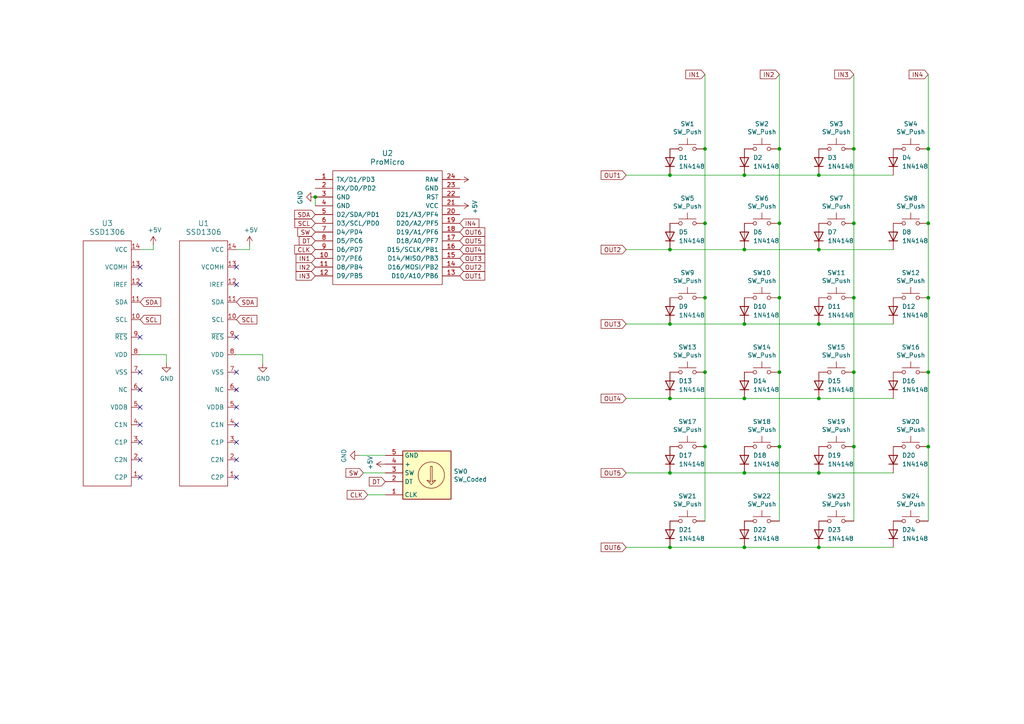
<source format=kicad_sch>
(kicad_sch (version 20231120) (generator "eeschema") (generator_version "8.0")
  (paper "A4")
  (lib_symbols
    (symbol "ArduinoProMicro:ProMicro" (pin_names (offset 1.016))
      (property "Reference" "U" (at 0 24.13 0))
      (property "Value" "ProMicro" (at 0 -13.97 0))
      (symbol "ProMicro_0_1"
        (rectangle (start -16.51 21.59) (end 15.24 -11.43))
      )
      (symbol "ProMicro_1_1"
        (pin bidirectional line (at -21.59 19.05 0) (length 5.08) (name "TX/D1/PD3") (number "1"))
        (pin bidirectional line (at -21.59 -3.81 0) (length 5.08) (name "D7/PE6") (number "10"))
        (pin bidirectional line (at -21.59 -6.35 0) (length 5.08) (name "D8/PB4") (number "11"))
        (pin bidirectional line (at -21.59 -8.89 0) (length 5.08) (name "D9/PB5") (number "12"))
        (pin bidirectional line (at 20.32 -8.89 180) (length 5.08) (name "D10/A10/PB6") (number "13"))
        (pin bidirectional line (at 20.32 -6.35 180) (length 5.08) (name "D16/MOSI/PB2") (number "14"))
        (pin bidirectional line (at 20.32 -3.81 180) (length 5.08) (name "D14/MISO/PB3") (number "15"))
        (pin bidirectional line (at 20.32 -1.27 180) (length 5.08) (name "D15/SCLK/PB1") (number "16"))
        (pin bidirectional line (at 20.32 1.27 180) (length 5.08) (name "D18/A0/PF7") (number "17"))
        (pin bidirectional line (at 20.32 3.81 180) (length 5.08) (name "D19/A1/PF6") (number "18"))
        (pin bidirectional line (at 20.32 6.35 180) (length 5.08) (name "D20/A2/PF5") (number "19"))
        (pin bidirectional line (at -21.59 16.51 0) (length 5.08) (name "RX/D0/PD2") (number "2"))
        (pin bidirectional line (at 20.32 8.89 180) (length 5.08) (name "D21/A3/PF4") (number "20"))
        (pin power_in line (at 20.32 11.43 180) (length 5.08) (name "VCC") (number "21"))
        (pin input line (at 20.32 13.97 180) (length 5.08) (name "RST") (number "22"))
        (pin power_in line (at 20.32 16.51 180) (length 5.08) (name "GND") (number "23"))
        (pin power_out line (at 20.32 19.05 180) (length 5.08) (name "RAW") (number "24"))
        (pin power_in line (at -21.59 13.97 0) (length 5.08) (name "GND") (number "3"))
        (pin power_in line (at -21.59 11.43 0) (length 5.08) (name "GND") (number "4"))
        (pin bidirectional line (at -21.59 8.89 0) (length 5.08) (name "D2/SDA/PD1") (number "5"))
        (pin bidirectional line (at -21.59 6.35 0) (length 5.08) (name "D3/SCL/PD0") (number "6"))
        (pin bidirectional line (at -21.59 3.81 0) (length 5.08) (name "D4/PD4") (number "7"))
        (pin bidirectional line (at -21.59 1.27 0) (length 5.08) (name "D5/PC6") (number "8"))
        (pin bidirectional line (at -21.59 -1.27 0) (length 5.08) (name "D6/PD7") (number "9"))
      )
    )
    (symbol "Diode:1N4148" (pin_numbers hide) (pin_names hide)
      (property "Reference" "D" (at 0 2.54 0))
      (property "Value" "1N4148" (at 0 -2.54 0))
      (symbol "1N4148_0_1"
        (polyline (pts (xy -1.27 1.27) (xy -1.27 -1.27)) (stroke (width 0.254)))
        (polyline (pts (xy 1.27 0) (xy -1.27 0)))
        (polyline (pts (xy 1.27 1.27) (xy 1.27 -1.27) (xy -1.27 0) (xy 1.27 1.27)) (stroke (width 0.254)))
      )
      (symbol "1N4148_1_1"
        (pin passive line (at -3.81 0 0) (length 2.54) (name "K") (number "1"))
        (pin passive line (at 3.81 0 180) (length 2.54) (name "A") (number "2"))
      )
    )
    (symbol "GND_1" (power) (pin_names (offset 0))
      (property "Value" "GND" (at 0 -3.81 0))
      (symbol "GND_1_0_1"
        (polyline (pts (xy 0 0) (xy 0 -1.27) (xy 1.27 -1.27) (xy 0 -2.54) (xy -1.27 -1.27) (xy 0 -1.27)))
      )
      (symbol "GND_1_1_1"
        (pin power_in line (at 0 0 270) (length 0) hide (name "GND") (number "1"))
      )
    )
    (symbol "MacroPad-rescue:+5V-power" (power) (pin_names (offset 0))
      (property "Value" "power_+5V" (at 0 3.556 0))
      (symbol "+5V-power_0_1"
        (polyline (pts (xy -0.762 1.27) (xy 0 2.54)))
        (polyline (pts (xy 0 0) (xy 0 2.54)))
        (polyline (pts (xy 0 2.54) (xy 0.762 1.27)))
      )
      (symbol "+5V-power_1_1"
        (pin power_in line (at 0 0 90) (length 0) hide (name "+5V") (number "1"))
      )
    )
    (symbol "MacroPad-rescue:GND-power" (power) (pin_names (offset 0))
      (property "Value" "power_GND" (at 0 -3.81 0))
      (symbol "GND-power_0_1"
        (polyline (pts (xy 0 0) (xy 0 -1.27) (xy 1.27 -1.27) (xy 0 -2.54) (xy -1.27 -1.27) (xy 0 -1.27)))
      )
      (symbol "GND-power_1_1"
        (pin power_in line (at 0 0 270) (length 0) hide (name "GND") (number "1"))
      )
    )
    (symbol "MacroPad-rescue:SW_Coded-Switch"
      (property "Reference" "SW2" (at -7.112 -0.4318 0))
      (property "Value" "SW_Coded" (at -7.112 1.8796 0))
      (symbol "SW_Coded-Switch_0_1"
        (rectangle (start -6.35 7.62) (end 7.62 -6.35) (stroke (width 0.254)) (fill (type background)))
        (circle (center -0.635 0.635) (radius 3.81))
        (polyline (pts (xy -0.889 -1.905) (xy -0.889 2.667) (xy -1.397 2.159) (xy -1.905 2.159) (xy -0.635 3.429) (xy 0.635 2.159) (xy 0.127 2.159) (xy -0.381 2.667) (xy -0.381 -1.905) (xy -0.889 -1.905) (xy -0.889 -1.905)))
      )
      (symbol "SW_Coded-Switch_1_1"
        (pin passive line (at 12.7 6.35 180) (length 5.08) (name "CLK") (number "1"))
        (pin passive line (at 12.7 2.54 180) (length 5.08) (name "DT") (number "2"))
        (pin passive line (at 12.7 0 180) (length 5.08) (name "SW") (number "3"))
        (pin passive line (at 12.7 -2.54 180) (length 5.08) (name "+") (number "4"))
        (pin passive line (at 12.7 -5.08 180) (length 5.08) (name "GND") (number "5"))
      )
    )
    (symbol "SSD1306:SSD1306" (pin_names (offset 1.016))
      (property "Reference" "U" (at 34.29 15.24 0))
      (property "Value" "SSD1306" (at -34.29 15.24 0))
      (symbol "SSD1306_0_1"
        (rectangle (start -35.56 16.51) (end 35.56 2.54))
      )
      (symbol "SSD1306_1_1"
        (pin input line (at -33.02 0 90) (length 2.54) (name "C2P") (number "1"))
        (pin input line (at 12.7 0 90) (length 2.54) (name "SCL") (number "10"))
        (pin input line (at 17.78 0 90) (length 2.54) (name "SDA") (number "11"))
        (pin input line (at 22.86 0 90) (length 2.54) (name "IREF") (number "12"))
        (pin input line (at 27.94 0 90) (length 2.54) (name "VCOMH") (number "13"))
        (pin input line (at 33.02 0 90) (length 2.54) (name "VCC") (number "14"))
        (pin input line (at -27.94 0 90) (length 2.54) (name "C2N") (number "2"))
        (pin input line (at -22.86 0 90) (length 2.54) (name "C1P") (number "3"))
        (pin input line (at -17.78 0 90) (length 2.54) (name "C1N") (number "4"))
        (pin input line (at -12.7 0 90) (length 2.54) (name "VDDB") (number "5"))
        (pin no_connect line (at -7.62 0 90) (length 2.54) (name "NC") (number "6"))
        (pin output line (at -2.54 0 90) (length 2.54) (name "VSS") (number "7"))
        (pin input line (at 2.54 0 90) (length 2.54) (name "VDD") (number "8"))
        (pin input line (at 7.62 0 90) (length 2.54) (name "~{RES}") (number "9"))
      )
    )
    (symbol "Switch:SW_Push" (pin_numbers hide) (pin_names (offset 1.016) hide)
      (property "Reference" "SW" (at 1.27 2.54 0))
      (property "Value" "SW_Push" (at 0 -1.524 0))
      (symbol "SW_Push_0_1"
        (circle (center -2.032 0) (radius 0.508))
        (polyline (pts (xy 0 1.27) (xy 0 3.048)))
        (polyline (pts (xy 2.54 1.27) (xy -2.54 1.27)))
        (circle (center 2.032 0) (radius 0.508))
        (pin passive line (at -5.08 0 0) (length 2.54) (name "1") (number "1"))
        (pin passive line (at 5.08 0 180) (length 2.54) (name "2") (number "2"))
      )
    )
    (symbol "power:GND" (power) (pin_names (offset 0))
      (property "Value" "GND" (at 0 -3.81 0))
      (symbol "GND_0_1"
        (polyline (pts (xy 0 0) (xy 0 -1.27) (xy 1.27 -1.27) (xy 0 -2.54) (xy -1.27 -1.27) (xy 0 -1.27)))
      )
      (symbol "GND_1_1"
        (pin power_in line (at 0 0 270) (length 0) hide (name "GND") (number "1"))
      )
    )
  )
  (junction (at 237.49 115.57))
  (junction (at 226.06 129.54))
  (junction (at 204.47 64.77))
  (junction (at 204.47 129.54))
  (junction (at 215.9 72.39))
  (junction (at 247.65 129.54))
  (junction (at 215.9 137.16))
  (junction (at 226.06 64.77))
  (junction (at 204.47 43.18))
  (junction (at 247.65 43.18))
  (junction (at 194.31 93.98))
  (junction (at 237.49 93.98))
  (junction (at 237.49 158.75))
  (junction (at 215.9 93.98))
  (junction (at 226.06 86.36))
  (junction (at 194.31 72.39))
  (junction (at 226.06 43.18))
  (junction (at 91.44 57.15))
  (junction (at 269.24 86.36))
  (junction (at 194.31 115.57))
  (junction (at 226.06 107.95))
  (junction (at 247.65 64.77))
  (junction (at 269.24 129.54))
  (junction (at 269.24 43.18))
  (junction (at 194.31 158.75))
  (junction (at 215.9 50.8))
  (junction (at 204.47 107.95))
  (junction (at 247.65 107.95))
  (junction (at 237.49 137.16))
  (junction (at 204.47 86.36))
  (junction (at 215.9 115.57))
  (junction (at 269.24 107.95))
  (junction (at 237.49 72.39))
  (junction (at 269.24 64.77))
  (junction (at 194.31 50.8))
  (junction (at 215.9 158.75))
  (junction (at 194.31 137.16))
  (junction (at 247.65 86.36))
  (junction (at 237.49 50.8))
  (no_connect (at 40.64 123.19))
  (no_connect (at 40.64 138.43))
  (no_connect (at 68.58 107.95))
  (no_connect (at 68.58 138.43))
  (no_connect (at 68.58 133.35))
  (no_connect (at 68.58 128.27))
  (no_connect (at 68.58 77.47))
  (no_connect (at 40.64 77.47))
  (no_connect (at 40.64 113.03))
  (no_connect (at 40.64 128.27))
  (no_connect (at 68.58 97.79))
  (no_connect (at 40.64 82.55))
  (no_connect (at 68.58 118.11))
  (no_connect (at 68.58 82.55))
  (no_connect (at 68.58 113.03))
  (no_connect (at 40.64 133.35))
  (no_connect (at 40.64 97.79))
  (no_connect (at 40.64 118.11))
  (no_connect (at 68.58 123.19))
  (no_connect (at 40.64 107.95))
  (wire (pts (xy 181.61 115.57) (xy 194.31 115.57)))
  (wire (pts (xy 181.61 137.16) (xy 194.31 137.16)))
  (wire (pts (xy 44.45 72.39) (xy 40.64 72.39)))
  (wire (pts (xy 181.61 50.8) (xy 194.31 50.8)))
  (wire (pts (xy 204.47 129.54) (xy 204.47 151.13)))
  (wire (pts (xy 226.06 43.18) (xy 226.06 64.77)))
  (wire (pts (xy 237.49 137.16) (xy 259.08 137.16)))
  (wire (pts (xy 194.31 137.16) (xy 215.9 137.16)))
  (wire (pts (xy 72.39 71.12) (xy 72.39 72.39)))
  (wire (pts (xy 269.24 21.59) (xy 269.24 43.18)))
  (wire (pts (xy 204.47 107.95) (xy 204.47 129.54)))
  (wire (pts (xy 91.44 57.15) (xy 91.44 59.69)))
  (wire (pts (xy 215.9 72.39) (xy 237.49 72.39)))
  (wire (pts (xy 247.65 107.95) (xy 247.65 129.54)))
  (wire (pts (xy 247.65 86.36) (xy 247.65 107.95)))
  (wire (pts (xy 181.61 158.75) (xy 194.31 158.75)))
  (wire (pts (xy 226.06 86.36) (xy 226.06 107.95)))
  (wire (pts (xy 237.49 72.39) (xy 259.08 72.39)))
  (wire (pts (xy 44.45 71.12) (xy 44.45 72.39)))
  (wire (pts (xy 215.9 137.16) (xy 237.49 137.16)))
  (wire (pts (xy 181.61 72.39) (xy 194.31 72.39)))
  (wire (pts (xy 215.9 50.8) (xy 237.49 50.8)))
  (wire (pts (xy 204.47 64.77) (xy 204.47 86.36)))
  (wire (pts (xy 226.06 107.95) (xy 226.06 129.54)))
  (wire (pts (xy 269.24 64.77) (xy 269.24 86.36)))
  (wire (pts (xy 247.65 129.54) (xy 247.65 151.13)))
  (wire (pts (xy 48.26 102.87) (xy 40.64 102.87)))
  (wire (pts (xy 194.31 115.57) (xy 215.9 115.57)))
  (wire (pts (xy 204.47 43.18) (xy 204.47 64.77)))
  (wire (pts (xy 72.39 72.39) (xy 68.58 72.39)))
  (wire (pts (xy 247.65 21.59) (xy 247.65 43.18)))
  (wire (pts (xy 226.06 64.77) (xy 226.06 86.36)))
  (wire (pts (xy 204.47 21.59) (xy 204.47 43.18)))
  (wire (pts (xy 48.26 105.41) (xy 48.26 102.87)))
  (wire (pts (xy 269.24 43.18) (xy 269.24 64.77)))
  (wire (pts (xy 104.14 132.08) (xy 111.76 132.08)))
  (wire (pts (xy 237.49 50.8) (xy 259.08 50.8)))
  (wire (pts (xy 194.31 50.8) (xy 215.9 50.8)))
  (wire (pts (xy 247.65 64.77) (xy 247.65 86.36)))
  (wire (pts (xy 215.9 93.98) (xy 237.49 93.98)))
  (wire (pts (xy 237.49 93.98) (xy 259.08 93.98)))
  (wire (pts (xy 194.31 93.98) (xy 215.9 93.98)))
  (wire (pts (xy 226.06 129.54) (xy 226.06 151.13)))
  (wire (pts (xy 269.24 86.36) (xy 269.24 107.95)))
  (wire (pts (xy 237.49 115.57) (xy 259.08 115.57)))
  (wire (pts (xy 76.2 105.41) (xy 76.2 102.87)))
  (wire (pts (xy 194.31 158.75) (xy 215.9 158.75)))
  (wire (pts (xy 269.24 129.54) (xy 269.24 151.13)))
  (wire (pts (xy 76.2 102.87) (xy 68.58 102.87)))
  (wire (pts (xy 106.68 143.51) (xy 111.76 143.51)))
  (wire (pts (xy 226.06 21.59) (xy 226.06 43.18)))
  (wire (pts (xy 204.47 86.36) (xy 204.47 107.95)))
  (wire (pts (xy 181.61 93.98) (xy 194.31 93.98)))
  (wire (pts (xy 237.49 158.75) (xy 259.08 158.75)))
  (wire (pts (xy 269.24 107.95) (xy 269.24 129.54)))
  (wire (pts (xy 247.65 43.18) (xy 247.65 64.77)))
  (wire (pts (xy 194.31 72.39) (xy 215.9 72.39)))
  (wire (pts (xy 215.9 158.75) (xy 237.49 158.75)))
  (wire (pts (xy 215.9 115.57) (xy 237.49 115.57)))
  (wire (pts (xy 105.41 137.16) (xy 111.76 137.16)))
  (global_label "SW" (shape input) (at 105.41 137.16 180) (property "Intersheetrefs" "${INTERSHEET_REFS}" (effects (hide yes))))
  (global_label "IN3" (shape input) (at 247.65 21.59 180) (property "Intersheetrefs" "${INTERSHEET_REFS}" (effects (hide yes))))
  (global_label "IN4" (shape input) (at 269.24 21.59 180) (property "Intersheetrefs" "${INTERSHEET_REFS}" (effects (hide yes))))
  (global_label "OUT4" (shape input) (at 181.61 115.57 180) (property "Intersheetrefs" "${INTERSHEET_REFS}" (effects (hide yes))))
  (global_label "SDA" (shape input) (at 68.58 87.63 0) (property "Intersheetrefs" "${INTERSHEET_REFS}" (effects (hide yes))))
  (global_label "OUT5" (shape input) (at 181.61 137.16 180) (property "Intersheetrefs" "${INTERSHEET_REFS}" (effects (hide yes))))
  (global_label "SDA" (shape input) (at 40.64 87.63 0) (property "Intersheetrefs" "${INTERSHEET_REFS}" (effects (hide yes))))
  (global_label "OUT2" (shape input) (at 181.61 72.39 180) (property "Intersheetrefs" "${INTERSHEET_REFS}" (effects (hide yes))))
  (global_label "OUT5" (shape input) (at 133.35 69.85 0) (property "Intersheetrefs" "${INTERSHEET_REFS}" (effects (hide yes))))
  (global_label "OUT3" (shape input) (at 181.61 93.98 180) (property "Intersheetrefs" "${INTERSHEET_REFS}" (effects (hide yes))))
  (global_label "OUT1" (shape input) (at 181.61 50.8 180) (property "Intersheetrefs" "${INTERSHEET_REFS}" (effects (hide yes))))
  (global_label "OUT6" (shape input) (at 133.35 67.31 0) (property "Intersheetrefs" "${INTERSHEET_REFS}" (effects (hide yes))))
  (global_label "OUT2" (shape input) (at 133.35 77.47 0) (property "Intersheetrefs" "${INTERSHEET_REFS}" (effects (hide yes))))
  (global_label "IN2" (shape input) (at 226.06 21.59 180) (property "Intersheetrefs" "${INTERSHEET_REFS}" (effects (hide yes))))
  (global_label "CLK" (shape input) (at 91.44 72.39 180) (property "Intersheetrefs" "${INTERSHEET_REFS}" (effects (hide yes))))
  (global_label "SW" (shape input) (at 91.44 67.31 180) (property "Intersheetrefs" "${INTERSHEET_REFS}" (effects (hide yes))))
  (global_label "SDA" (shape input) (at 91.44 62.23 180) (property "Intersheetrefs" "${INTERSHEET_REFS}" (effects (hide yes))))
  (global_label "DT" (shape input) (at 111.76 139.7 180) (property "Intersheetrefs" "${INTERSHEET_REFS}" (effects (hide yes))))
  (global_label "IN4" (shape input) (at 133.35 64.77 0) (property "Intersheetrefs" "${INTERSHEET_REFS}" (effects (hide yes))))
  (global_label "DT" (shape input) (at 91.44 69.85 180) (property "Intersheetrefs" "${INTERSHEET_REFS}" (effects (hide yes))))
  (global_label "IN1" (shape input) (at 91.44 74.93 180) (property "Intersheetrefs" "${INTERSHEET_REFS}" (effects (hide yes))))
  (global_label "SCL" (shape input) (at 68.58 92.71 0) (property "Intersheetrefs" "${INTERSHEET_REFS}" (effects (hide yes))))
  (global_label "SCL" (shape input) (at 91.44 64.77 180) (property "Intersheetrefs" "${INTERSHEET_REFS}" (effects (hide yes))))
  (global_label "IN3" (shape input) (at 91.44 80.01 180) (property "Intersheetrefs" "${INTERSHEET_REFS}" (effects (hide yes))))
  (global_label "IN2" (shape input) (at 91.44 77.47 180) (property "Intersheetrefs" "${INTERSHEET_REFS}" (effects (hide yes))))
  (global_label "SCL" (shape input) (at 40.64 92.71 0) (property "Intersheetrefs" "${INTERSHEET_REFS}" (effects (hide yes))))
  (global_label "OUT6" (shape input) (at 181.61 158.75 180) (property "Intersheetrefs" "${INTERSHEET_REFS}" (effects (hide yes))))
  (global_label "OUT3" (shape input) (at 133.35 74.93 0) (property "Intersheetrefs" "${INTERSHEET_REFS}" (effects (hide yes))))
  (global_label "OUT4" (shape input) (at 133.35 72.39 0) (property "Intersheetrefs" "${INTERSHEET_REFS}" (effects (hide yes))))
  (global_label "OUT1" (shape input) (at 133.35 80.01 0) (property "Intersheetrefs" "${INTERSHEET_REFS}" (effects (hide yes))))
  (global_label "IN1" (shape input) (at 204.47 21.59 180) (property "Intersheetrefs" "${INTERSHEET_REFS}" (effects (hide yes))))
  (global_label "CLK" (shape input) (at 106.68 143.51 180) (property "Intersheetrefs" "${INTERSHEET_REFS}" (effects (hide yes))))
  (symbol (lib_id "Switch:SW_Push") (at 199.39 43.18 0) (unit 1)
    (property "Reference" "SW1" (at 199.39 35.941 0))
    (property "Value" "SW_Push" (at 199.39 38.2524 0))
    (property "Footprint" "proj_components:SW_Cherry_MX_1.00u_PCB" (effects (hide yes)))
  )
  (symbol (lib_id "MacroPad-rescue:SW_Coded-Switch") (at 124.46 137.16 180) (unit 1)
    (property "Reference" "SW0" (at 131.572 136.7282 0) (effects (justify right)))
    (property "Value" "SW_Coded" (at 131.572 139.0396 0) (effects (justify right)))
    (property "Footprint" "Connector_PinHeader_2.54mm:PinHeader_1x05_P2.54mm_Vertical" (effects (hide yes)))
  )
  (symbol (lib_id "MacroPad-rescue:+5V-power") (at 111.76 134.62 90) (unit 1)
    (property "Reference" "#PWR02" (effects (hide yes)))
    (property "Value" "+5V" (at 107.3658 134.239 0))
  )
  (symbol (lib_id "Switch:SW_Push") (at 242.57 43.18 0) (unit 1)
    (property "Reference" "SW3" (at 242.57 35.941 0))
    (property "Value" "SW_Push" (at 242.57 38.2524 0))
    (property "Footprint" "proj_components:SW_Cherry_MX_1.00u_PCB" (effects (hide yes)))
  )
  (symbol (lib_id "Diode:1N4148") (at 194.31 111.76 90) (unit 1)
    (property "Reference" "D13" (at 196.85 110.4899 90) (effects (justify right)))
    (property "Value" "1N4148" (at 196.85 113.0299 90) (effects (justify right)))
    (property "Footprint" "Diode_SMD:D_1210_3225Metric_Pad1.42x2.65mm_HandSolder" (effects (hide yes)))
    (property "Datasheet" "https://assets.nexperia.com/documents/data-sheet/1N4148_1N4448.pdf" (effects (hide yes)))
    (property "Description" "100V 0.15A standard switching diode, DO-35" (effects (hide yes)))
    (property "Sim.Device" "D" (effects (hide yes)))
    (property "Sim.Pins" "1=K 2=A" (effects (hide yes)))
  )
  (symbol (lib_id "Switch:SW_Push") (at 220.98 129.54 0) (unit 1)
    (property "Reference" "SW18" (at 220.98 122.301 0))
    (property "Value" "SW_Push" (at 220.98 124.6124 0))
    (property "Footprint" "proj_components:SW_Cherry_MX_1.00u_PCB" (effects (hide yes)))
  )
  (symbol (lib_id "Switch:SW_Push") (at 264.16 86.36 0) (unit 1)
    (property "Reference" "SW12" (at 264.16 79.121 0))
    (property "Value" "SW_Push" (at 264.16 81.4324 0))
    (property "Footprint" "proj_components:SW_Cherry_MX_1.00u_PCB" (effects (hide yes)))
  )
  (symbol (lib_id "Diode:1N4148") (at 194.31 133.35 90) (unit 1)
    (property "Reference" "D17" (at 196.85 132.0799 90) (effects (justify right)))
    (property "Value" "1N4148" (at 196.85 134.6199 90) (effects (justify right)))
    (property "Footprint" "Diode_SMD:D_1210_3225Metric_Pad1.42x2.65mm_HandSolder" (effects (hide yes)))
    (property "Datasheet" "https://assets.nexperia.com/documents/data-sheet/1N4148_1N4448.pdf" (effects (hide yes)))
    (property "Description" "100V 0.15A standard switching diode, DO-35" (effects (hide yes)))
    (property "Sim.Device" "D" (effects (hide yes)))
    (property "Sim.Pins" "1=K 2=A" (effects (hide yes)))
  )
  (symbol (lib_id "MacroPad-rescue:GND-power") (at 91.44 57.15 270) (unit 1)
    (property "Reference" "#PWR01" (effects (hide yes)))
    (property "Value" "GND" (at 87.0458 57.277 0))
  )
  (symbol (lib_id "Switch:SW_Push") (at 199.39 107.95 0) (unit 1)
    (property "Reference" "SW13" (at 199.39 100.711 0))
    (property "Value" "SW_Push" (at 199.39 103.0224 0))
    (property "Footprint" "proj_components:SW_Cherry_MX_1.00u_PCB" (effects (hide yes)))
  )
  (symbol (lib_id "SSD1306:SSD1306") (at 40.64 105.41 90) (unit 1)
    (property "Reference" "U3" (at 31.115 64.77 90) (effects (font (size 1.524 1.524))))
    (property "Value" "SSD1306" (at 31.115 67.31 90) (effects (font (size 1.524 1.524))))
    (property "Footprint" "proj_components:SSD1306-0.91-OLED-4pin-128x32" (effects (hide yes)))
  )
  (symbol (lib_id "MacroPad-rescue:+5V-power") (at 44.45 71.12 0) (unit 1)
    (property "Reference" "#PWR08" (effects (hide yes)))
    (property "Value" "+5V" (at 44.831 66.7258 0))
  )
  (symbol (lib_id "Switch:SW_Push") (at 242.57 151.13 0) (unit 1)
    (property "Reference" "SW23" (at 242.57 143.891 0))
    (property "Value" "SW_Push" (at 242.57 146.2024 0))
    (property "Footprint" "proj_components:SW_Cherry_MX_1.00u_PCB" (effects (hide yes)))
  )
  (symbol (lib_id "Switch:SW_Push") (at 220.98 86.36 0) (unit 1)
    (property "Reference" "SW10" (at 220.98 79.121 0))
    (property "Value" "SW_Push" (at 220.98 81.4324 0))
    (property "Footprint" "proj_components:SW_Cherry_MX_1.00u_PCB" (effects (hide yes)))
  )
  (symbol (lib_id "Diode:1N4148") (at 237.49 68.58 90) (unit 1)
    (property "Reference" "D7" (at 240.03 67.3099 90) (effects (justify right)))
    (property "Value" "1N4148" (at 240.03 69.8499 90) (effects (justify right)))
    (property "Footprint" "Diode_SMD:D_1210_3225Metric_Pad1.42x2.65mm_HandSolder" (effects (hide yes)))
    (property "Datasheet" "https://assets.nexperia.com/documents/data-sheet/1N4148_1N4448.pdf" (effects (hide yes)))
    (property "Description" "100V 0.15A standard switching diode, DO-35" (effects (hide yes)))
    (property "Sim.Device" "D" (effects (hide yes)))
    (property "Sim.Pins" "1=K 2=A" (effects (hide yes)))
  )
  (symbol (lib_id "Switch:SW_Push") (at 242.57 107.95 0) (unit 1)
    (property "Reference" "SW15" (at 242.57 100.711 0))
    (property "Value" "SW_Push" (at 242.57 103.0224 0))
    (property "Footprint" "proj_components:SW_Cherry_MX_1.00u_PCB" (effects (hide yes)))
  )
  (symbol (lib_id "SSD1306:SSD1306") (at 68.58 105.41 90) (unit 1)
    (property "Reference" "U1" (at 59.055 64.77 90) (effects (font (size 1.524 1.524))))
    (property "Value" "SSD1306" (at 59.055 67.31 90) (effects (font (size 1.524 1.524))))
    (property "Footprint" "proj_components:SSD1306-0.91-OLED-4pin-128x32" (effects (hide yes)))
  )
  (symbol (lib_id "Diode:1N4148") (at 259.08 111.76 90) (unit 1)
    (property "Reference" "D16" (at 261.62 110.4899 90) (effects (justify right)))
    (property "Value" "1N4148" (at 261.62 113.0299 90) (effects (justify right)))
    (property "Footprint" "Diode_SMD:D_1210_3225Metric_Pad1.42x2.65mm_HandSolder" (effects (hide yes)))
    (property "Datasheet" "https://assets.nexperia.com/documents/data-sheet/1N4148_1N4448.pdf" (effects (hide yes)))
    (property "Description" "100V 0.15A standard switching diode, DO-35" (effects (hide yes)))
    (property "Sim.Device" "D" (effects (hide yes)))
    (property "Sim.Pins" "1=K 2=A" (effects (hide yes)))
  )
  (symbol (lib_id "Diode:1N4148") (at 237.49 154.94 90) (unit 1)
    (property "Reference" "D23" (at 240.03 153.6699 90) (effects (justify right)))
    (property "Value" "1N4148" (at 240.03 156.2099 90) (effects (justify right)))
    (property "Footprint" "Diode_SMD:D_1210_3225Metric_Pad1.42x2.65mm_HandSolder" (effects (hide yes)))
    (property "Datasheet" "https://assets.nexperia.com/documents/data-sheet/1N4148_1N4448.pdf" (effects (hide yes)))
    (property "Description" "100V 0.15A standard switching diode, DO-35" (effects (hide yes)))
    (property "Sim.Device" "D" (effects (hide yes)))
    (property "Sim.Pins" "1=K 2=A" (effects (hide yes)))
  )
  (symbol (lib_id "Diode:1N4148") (at 259.08 154.94 90) (unit 1)
    (property "Reference" "D24" (at 261.62 153.6699 90) (effects (justify right)))
    (property "Value" "1N4148" (at 261.62 156.2099 90) (effects (justify right)))
    (property "Footprint" "Diode_SMD:D_1210_3225Metric_Pad1.42x2.65mm_HandSolder" (effects (hide yes)))
    (property "Datasheet" "https://assets.nexperia.com/documents/data-sheet/1N4148_1N4448.pdf" (effects (hide yes)))
    (property "Description" "100V 0.15A standard switching diode, DO-35" (effects (hide yes)))
    (property "Sim.Device" "D" (effects (hide yes)))
    (property "Sim.Pins" "1=K 2=A" (effects (hide yes)))
  )
  (symbol (lib_id "MacroPad-rescue:+5V-power") (at 133.35 59.69 270) (unit 1)
    (property "Reference" "#PWR05" (effects (hide yes)))
    (property "Value" "+5V" (at 137.7442 60.071 0))
  )
  (symbol (lib_id "MacroPad-rescue:GND-power") (at 104.14 132.08 270) (unit 1)
    (property "Reference" "#PWR07" (effects (hide yes)))
    (property "Value" "GND" (at 99.7458 132.207 0))
  )
  (symbol (lib_name "GND_1") (lib_id "power:GND") (at 76.2 105.41 0) (unit 1)
    (property "Reference" "#PWR03" (effects (hide yes)))
    (property "Value" "GND" (at 76.327 109.8042 0))
  )
  (symbol (lib_id "Diode:1N4148") (at 237.49 133.35 90) (unit 1)
    (property "Reference" "D19" (at 240.03 132.0799 90) (effects (justify right)))
    (property "Value" "1N4148" (at 240.03 134.6199 90) (effects (justify right)))
    (property "Footprint" "Diode_SMD:D_1210_3225Metric_Pad1.42x2.65mm_HandSolder" (effects (hide yes)))
    (property "Datasheet" "https://assets.nexperia.com/documents/data-sheet/1N4148_1N4448.pdf" (effects (hide yes)))
    (property "Description" "100V 0.15A standard switching diode, DO-35" (effects (hide yes)))
    (property "Sim.Device" "D" (effects (hide yes)))
    (property "Sim.Pins" "1=K 2=A" (effects (hide yes)))
  )
  (symbol (lib_id "Diode:1N4148") (at 215.9 46.99 90) (unit 1)
    (property "Reference" "D2" (at 218.44 45.7199 90) (effects (justify right)))
    (property "Value" "1N4148" (at 218.44 48.2599 90) (effects (justify right)))
    (property "Footprint" "Diode_SMD:D_1210_3225Metric_Pad1.42x2.65mm_HandSolder" (effects (hide yes)))
    (property "Datasheet" "https://assets.nexperia.com/documents/data-sheet/1N4148_1N4448.pdf" (effects (hide yes)))
    (property "Description" "100V 0.15A standard switching diode, DO-35" (effects (hide yes)))
    (property "Sim.Device" "D" (effects (hide yes)))
    (property "Sim.Pins" "1=K 2=A" (effects (hide yes)))
  )
  (symbol (lib_id "Diode:1N4148") (at 259.08 90.17 90) (unit 1)
    (property "Reference" "D12" (at 261.62 88.8999 90) (effects (justify right)))
    (property "Value" "1N4148" (at 261.62 91.4399 90) (effects (justify right)))
    (property "Footprint" "Diode_SMD:D_1210_3225Metric_Pad1.42x2.65mm_HandSolder" (effects (hide yes)))
    (property "Datasheet" "https://assets.nexperia.com/documents/data-sheet/1N4148_1N4448.pdf" (effects (hide yes)))
    (property "Description" "100V 0.15A standard switching diode, DO-35" (effects (hide yes)))
    (property "Sim.Device" "D" (effects (hide yes)))
    (property "Sim.Pins" "1=K 2=A" (effects (hide yes)))
  )
  (symbol (lib_id "Switch:SW_Push") (at 264.16 151.13 0) (unit 1)
    (property "Reference" "SW24" (at 264.16 143.891 0))
    (property "Value" "SW_Push" (at 264.16 146.2024 0))
    (property "Footprint" "proj_components:SW_Cherry_MX_1.00u_PCB" (effects (hide yes)))
  )
  (symbol (lib_id "Switch:SW_Push") (at 220.98 151.13 0) (unit 1)
    (property "Reference" "SW22" (at 220.98 143.891 0))
    (property "Value" "SW_Push" (at 220.98 146.2024 0))
    (property "Footprint" "proj_components:SW_Cherry_MX_1.00u_PCB" (effects (hide yes)))
  )
  (symbol (lib_id "Switch:SW_Push") (at 199.39 151.13 0) (unit 1)
    (property "Reference" "SW21" (at 199.39 143.891 0))
    (property "Value" "SW_Push" (at 199.39 146.2024 0))
    (property "Footprint" "proj_components:SW_Cherry_MX_1.00u_PCB" (effects (hide yes)))
  )
  (symbol (lib_id "Diode:1N4148") (at 259.08 68.58 90) (unit 1)
    (property "Reference" "D8" (at 261.62 67.3099 90) (effects (justify right)))
    (property "Value" "1N4148" (at 261.62 69.8499 90) (effects (justify right)))
    (property "Footprint" "Diode_SMD:D_1210_3225Metric_Pad1.42x2.65mm_HandSolder" (effects (hide yes)))
    (property "Datasheet" "https://assets.nexperia.com/documents/data-sheet/1N4148_1N4448.pdf" (effects (hide yes)))
    (property "Description" "100V 0.15A standard switching diode, DO-35" (effects (hide yes)))
    (property "Sim.Device" "D" (effects (hide yes)))
    (property "Sim.Pins" "1=K 2=A" (effects (hide yes)))
  )
  (symbol (lib_id "Diode:1N4148") (at 215.9 154.94 90) (unit 1)
    (property "Reference" "D22" (at 218.44 153.6699 90) (effects (justify right)))
    (property "Value" "1N4148" (at 218.44 156.2099 90) (effects (justify right)))
    (property "Footprint" "Diode_SMD:D_1210_3225Metric_Pad1.42x2.65mm_HandSolder" (effects (hide yes)))
    (property "Datasheet" "https://assets.nexperia.com/documents/data-sheet/1N4148_1N4448.pdf" (effects (hide yes)))
    (property "Description" "100V 0.15A standard switching diode, DO-35" (effects (hide yes)))
    (property "Sim.Device" "D" (effects (hide yes)))
    (property "Sim.Pins" "1=K 2=A" (effects (hide yes)))
  )
  (symbol (lib_id "Diode:1N4148") (at 194.31 68.58 90) (unit 1)
    (property "Reference" "D5" (at 196.85 67.3099 90) (effects (justify right)))
    (property "Value" "1N4148" (at 196.85 69.8499 90) (effects (justify right)))
    (property "Footprint" "Diode_SMD:D_1210_3225Metric_Pad1.42x2.65mm_HandSolder" (effects (hide yes)))
    (property "Datasheet" "https://assets.nexperia.com/documents/data-sheet/1N4148_1N4448.pdf" (effects (hide yes)))
    (property "Description" "100V 0.15A standard switching diode, DO-35" (effects (hide yes)))
    (property "Sim.Device" "D" (effects (hide yes)))
    (property "Sim.Pins" "1=K 2=A" (effects (hide yes)))
  )
  (symbol (lib_id "Diode:1N4148") (at 215.9 111.76 90) (unit 1)
    (property "Reference" "D14" (at 218.44 110.4899 90) (effects (justify right)))
    (property "Value" "1N4148" (at 218.44 113.0299 90) (effects (justify right)))
    (property "Footprint" "Diode_SMD:D_1210_3225Metric_Pad1.42x2.65mm_HandSolder" (effects (hide yes)))
    (property "Datasheet" "https://assets.nexperia.com/documents/data-sheet/1N4148_1N4448.pdf" (effects (hide yes)))
    (property "Description" "100V 0.15A standard switching diode, DO-35" (effects (hide yes)))
    (property "Sim.Device" "D" (effects (hide yes)))
    (property "Sim.Pins" "1=K 2=A" (effects (hide yes)))
  )
  (symbol (lib_id "Diode:1N4148") (at 237.49 111.76 90) (unit 1)
    (property "Reference" "D15" (at 240.03 110.4899 90) (effects (justify right)))
    (property "Value" "1N4148" (at 240.03 113.0299 90) (effects (justify right)))
    (property "Footprint" "Diode_SMD:D_1210_3225Metric_Pad1.42x2.65mm_HandSolder" (effects (hide yes)))
    (property "Datasheet" "https://assets.nexperia.com/documents/data-sheet/1N4148_1N4448.pdf" (effects (hide yes)))
    (property "Description" "100V 0.15A standard switching diode, DO-35" (effects (hide yes)))
    (property "Sim.Device" "D" (effects (hide yes)))
    (property "Sim.Pins" "1=K 2=A" (effects (hide yes)))
  )
  (symbol (lib_id "Diode:1N4148") (at 237.49 90.17 90) (unit 1)
    (property "Reference" "D11" (at 240.03 88.8999 90) (effects (justify right)))
    (property "Value" "1N4148" (at 240.03 91.4399 90) (effects (justify right)))
    (property "Footprint" "Diode_SMD:D_1210_3225Metric_Pad1.42x2.65mm_HandSolder" (effects (hide yes)))
    (property "Datasheet" "https://assets.nexperia.com/documents/data-sheet/1N4148_1N4448.pdf" (effects (hide yes)))
    (property "Description" "100V 0.15A standard switching diode, DO-35" (effects (hide yes)))
    (property "Sim.Device" "D" (effects (hide yes)))
    (property "Sim.Pins" "1=K 2=A" (effects (hide yes)))
  )
  (symbol (lib_id "Diode:1N4148") (at 259.08 46.99 90) (unit 1)
    (property "Reference" "D4" (at 261.62 45.7199 90) (effects (justify right)))
    (property "Value" "1N4148" (at 261.62 48.2599 90) (effects (justify right)))
    (property "Footprint" "Diode_SMD:D_1210_3225Metric_Pad1.42x2.65mm_HandSolder" (effects (hide yes)))
    (property "Datasheet" "https://assets.nexperia.com/documents/data-sheet/1N4148_1N4448.pdf" (effects (hide yes)))
    (property "Description" "100V 0.15A standard switching diode, DO-35" (effects (hide yes)))
    (property "Sim.Device" "D" (effects (hide yes)))
    (property "Sim.Pins" "1=K 2=A" (effects (hide yes)))
  )
  (symbol (lib_id "Diode:1N4148") (at 194.31 46.99 90) (unit 1)
    (property "Reference" "D1" (at 196.85 45.7199 90) (effects (justify right)))
    (property "Value" "1N4148" (at 196.85 48.2599 90) (effects (justify right)))
    (property "Footprint" "Diode_SMD:D_1210_3225Metric_Pad1.42x2.65mm_HandSolder" (effects (hide yes)))
    (property "Datasheet" "https://assets.nexperia.com/documents/data-sheet/1N4148_1N4448.pdf" (effects (hide yes)))
    (property "Description" "100V 0.15A standard switching diode, DO-35" (effects (hide yes)))
    (property "Sim.Device" "D" (effects (hide yes)))
    (property "Sim.Pins" "1=K 2=A" (effects (hide yes)))
  )
  (symbol (lib_id "Switch:SW_Push") (at 264.16 129.54 0) (unit 1)
    (property "Reference" "SW20" (at 264.16 122.301 0))
    (property "Value" "SW_Push" (at 264.16 124.6124 0))
    (property "Footprint" "proj_components:SW_Cherry_MX_1.00u_PCB" (effects (hide yes)))
  )
  (symbol (lib_id "Switch:SW_Push") (at 220.98 43.18 0) (unit 1)
    (property "Reference" "SW2" (at 220.98 35.941 0))
    (property "Value" "SW_Push" (at 220.98 38.2524 0))
    (property "Footprint" "proj_components:SW_Cherry_MX_1.00u_PCB" (effects (hide yes)))
  )
  (symbol (lib_id "Switch:SW_Push") (at 199.39 129.54 0) (unit 1)
    (property "Reference" "SW17" (at 199.39 122.301 0))
    (property "Value" "SW_Push" (at 199.39 124.6124 0))
    (property "Footprint" "proj_components:SW_Cherry_MX_1.00u_PCB" (effects (hide yes)))
  )
  (symbol (lib_id "Switch:SW_Push") (at 220.98 107.95 0) (unit 1)
    (property "Reference" "SW14" (at 220.98 100.711 0))
    (property "Value" "SW_Push" (at 220.98 103.0224 0))
    (property "Footprint" "proj_components:SW_Cherry_MX_1.00u_PCB" (effects (hide yes)))
  )
  (symbol (lib_id "Diode:1N4148") (at 259.08 133.35 90) (unit 1)
    (property "Reference" "D20" (at 261.62 132.0799 90) (effects (justify right)))
    (property "Value" "1N4148" (at 261.62 134.6199 90) (effects (justify right)))
    (property "Footprint" "Diode_SMD:D_1210_3225Metric_Pad1.42x2.65mm_HandSolder" (effects (hide yes)))
    (property "Datasheet" "https://assets.nexperia.com/documents/data-sheet/1N4148_1N4448.pdf" (effects (hide yes)))
    (property "Description" "100V 0.15A standard switching diode, DO-35" (effects (hide yes)))
    (property "Sim.Device" "D" (effects (hide yes)))
    (property "Sim.Pins" "1=K 2=A" (effects (hide yes)))
  )
  (symbol (lib_id "Switch:SW_Push") (at 199.39 64.77 0) (unit 1)
    (property "Reference" "SW5" (at 199.39 57.531 0))
    (property "Value" "SW_Push" (at 199.39 59.8424 0))
    (property "Footprint" "proj_components:SW_Cherry_MX_1.00u_PCB" (effects (hide yes)))
  )
  (symbol (lib_id "Switch:SW_Push") (at 242.57 129.54 0) (unit 1)
    (property "Reference" "SW19" (at 242.57 122.301 0))
    (property "Value" "SW_Push" (at 242.57 124.6124 0))
    (property "Footprint" "proj_components:SW_Cherry_MX_1.00u_PCB" (effects (hide yes)))
  )
  (symbol (lib_id "Switch:SW_Push") (at 242.57 86.36 0) (unit 1)
    (property "Reference" "SW11" (at 242.57 79.121 0))
    (property "Value" "SW_Push" (at 242.57 81.4324 0))
    (property "Footprint" "proj_components:SW_Cherry_MX_1.00u_PCB" (effects (hide yes)))
  )
  (symbol (lib_id "Switch:SW_Push") (at 220.98 64.77 0) (unit 1)
    (property "Reference" "SW6" (at 220.98 57.531 0))
    (property "Value" "SW_Push" (at 220.98 59.8424 0))
    (property "Footprint" "proj_components:SW_Cherry_MX_1.00u_PCB" (effects (hide yes)))
  )
  (symbol (lib_id "Diode:1N4148") (at 215.9 133.35 90) (unit 1)
    (property "Reference" "D18" (at 218.44 132.0799 90) (effects (justify right)))
    (property "Value" "1N4148" (at 218.44 134.6199 90) (effects (justify right)))
    (property "Footprint" "Diode_SMD:D_1210_3225Metric_Pad1.42x2.65mm_HandSolder" (effects (hide yes)))
    (property "Datasheet" "https://assets.nexperia.com/documents/data-sheet/1N4148_1N4448.pdf" (effects (hide yes)))
    (property "Description" "100V 0.15A standard switching diode, DO-35" (effects (hide yes)))
    (property "Sim.Device" "D" (effects (hide yes)))
    (property "Sim.Pins" "1=K 2=A" (effects (hide yes)))
  )
  (symbol (lib_id "MacroPad-rescue:+5V-power") (at 72.39 71.12 0) (unit 1)
    (property "Reference" "#PWR04" (effects (hide yes)))
    (property "Value" "+5V" (at 72.771 66.7258 0))
  )
  (symbol (lib_id "Switch:SW_Push") (at 264.16 43.18 0) (unit 1)
    (property "Reference" "SW4" (at 264.16 35.941 0))
    (property "Value" "SW_Push" (at 264.16 38.2524 0))
    (property "Footprint" "proj_components:SW_Cherry_MX_1.00u_PCB" (effects (hide yes)))
  )
  (symbol (lib_id "Diode:1N4148") (at 237.49 46.99 90) (unit 1)
    (property "Reference" "D3" (at 240.03 45.7199 90) (effects (justify right)))
    (property "Value" "1N4148" (at 240.03 48.2599 90) (effects (justify right)))
    (property "Footprint" "Diode_SMD:D_1210_3225Metric_Pad1.42x2.65mm_HandSolder" (effects (hide yes)))
    (property "Datasheet" "https://assets.nexperia.com/documents/data-sheet/1N4148_1N4448.pdf" (effects (hide yes)))
    (property "Description" "100V 0.15A standard switching diode, DO-35" (effects (hide yes)))
    (property "Sim.Device" "D" (effects (hide yes)))
    (property "Sim.Pins" "1=K 2=A" (effects (hide yes)))
  )
  (symbol (lib_id "Switch:SW_Push") (at 264.16 107.95 0) (unit 1)
    (property "Reference" "SW16" (at 264.16 100.711 0))
    (property "Value" "SW_Push" (at 264.16 103.0224 0))
    (property "Footprint" "proj_components:SW_Cherry_MX_1.00u_PCB" (effects (hide yes)))
  )
  (symbol (lib_id "MacroPad-rescue:+5V-power") (at 133.35 52.07 270) (unit 1)
    (property "Reference" "#PWR06" (effects (hide yes)))
    (property "Value" "+5V" (effects (hide yes)))
  )
  (symbol (lib_id "Diode:1N4148") (at 215.9 90.17 90) (unit 1)
    (property "Reference" "D10" (at 218.44 88.8999 90) (effects (justify right)))
    (property "Value" "1N4148" (at 218.44 91.4399 90) (effects (justify right)))
    (property "Footprint" "Diode_SMD:D_1210_3225Metric_Pad1.42x2.65mm_HandSolder" (effects (hide yes)))
    (property "Datasheet" "https://assets.nexperia.com/documents/data-sheet/1N4148_1N4448.pdf" (effects (hide yes)))
    (property "Description" "100V 0.15A standard switching diode, DO-35" (effects (hide yes)))
    (property "Sim.Device" "D" (effects (hide yes)))
    (property "Sim.Pins" "1=K 2=A" (effects (hide yes)))
  )
  (symbol (lib_id "power:GND") (at 48.26 105.41 0) (unit 1)
    (property "Reference" "#PWR09" (effects (hide yes)))
    (property "Value" "GND" (at 48.387 109.8042 0))
  )
  (symbol (lib_id "Diode:1N4148") (at 194.31 90.17 90) (unit 1)
    (property "Reference" "D9" (at 196.85 88.8999 90) (effects (justify right)))
    (property "Value" "1N4148" (at 196.85 91.4399 90) (effects (justify right)))
    (property "Footprint" "Diode_SMD:D_1210_3225Metric_Pad1.42x2.65mm_HandSolder" (effects (hide yes)))
    (property "Datasheet" "https://assets.nexperia.com/documents/data-sheet/1N4148_1N4448.pdf" (effects (hide yes)))
    (property "Description" "100V 0.15A standard switching diode, DO-35" (effects (hide yes)))
    (property "Sim.Device" "D" (effects (hide yes)))
    (property "Sim.Pins" "1=K 2=A" (effects (hide yes)))
  )
  (symbol (lib_id "Diode:1N4148") (at 215.9 68.58 90) (unit 1)
    (property "Reference" "D6" (at 218.44 67.3099 90) (effects (justify right)))
    (property "Value" "1N4148" (at 218.44 69.8499 90) (effects (justify right)))
    (property "Footprint" "Diode_SMD:D_1210_3225Metric_Pad1.42x2.65mm_HandSolder" (effects (hide yes)))
    (property "Datasheet" "https://assets.nexperia.com/documents/data-sheet/1N4148_1N4448.pdf" (effects (hide yes)))
    (property "Description" "100V 0.15A standard switching diode, DO-35" (effects (hide yes)))
    (property "Sim.Device" "D" (effects (hide yes)))
    (property "Sim.Pins" "1=K 2=A" (effects (hide yes)))
  )
  (symbol (lib_id "Switch:SW_Push") (at 242.57 64.77 0) (unit 1)
    (property "Reference" "SW7" (at 242.57 57.531 0))
    (property "Value" "SW_Push" (at 242.57 59.8424 0))
    (property "Footprint" "proj_components:SW_Cherry_MX_1.00u_PCB" (effects (hide yes)))
  )
  (symbol (lib_id "ArduinoProMicro:ProMicro") (at 113.03 71.12 0) (unit 1)
    (property "Reference" "U2" (at 112.395 44.45 0) (effects (font (size 1.524 1.524))))
    (property "Value" "ProMicro" (at 112.395 46.99 0) (effects (font (size 1.524 1.524))))
    (property "Footprint" "proj_components:Sparkfun_Pro_Micro" (effects (hide yes)))
  )
  (symbol (lib_id "Diode:1N4148") (at 194.31 154.94 90) (unit 1)
    (property "Reference" "D21" (at 196.85 153.6699 90) (effects (justify right)))
    (property "Value" "1N4148" (at 196.85 156.2099 90) (effects (justify right)))
    (property "Footprint" "Diode_SMD:D_1210_3225Metric_Pad1.42x2.65mm_HandSolder" (effects (hide yes)))
    (property "Datasheet" "https://assets.nexperia.com/documents/data-sheet/1N4148_1N4448.pdf" (effects (hide yes)))
    (property "Description" "100V 0.15A standard switching diode, DO-35" (effects (hide yes)))
    (property "Sim.Device" "D" (effects (hide yes)))
    (property "Sim.Pins" "1=K 2=A" (effects (hide yes)))
  )
  (symbol (lib_id "Switch:SW_Push") (at 264.16 64.77 0) (unit 1)
    (property "Reference" "SW8" (at 264.16 57.531 0))
    (property "Value" "SW_Push" (at 264.16 59.8424 0))
    (property "Footprint" "proj_components:SW_Cherry_MX_1.00u_PCB" (effects (hide yes)))
  )
  (symbol (lib_id "Switch:SW_Push") (at 199.39 86.36 0) (unit 1)
    (property "Reference" "SW9" (at 199.39 79.121 0))
    (property "Value" "SW_Push" (at 199.39 81.4324 0))
    (property "Footprint" "proj_components:SW_Cherry_MX_1.00u_PCB" (effects (hide yes)))
  )
)
</source>
